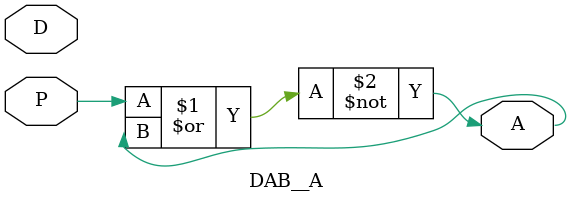
<source format=v>
module DAB__A ( D, P, A );
//              T  T  U
  input D, P;
  output A;

  // DTDL AND gate: -MA
  // Drawing 729855, production drawing 371924

  // Inputs down transistor on output up
  // Either or both inputs up transistor off and output is down
  // Max Delay usec  CTDL Clock
  //  turn on        0.28 0.15
  //  turn off       0.09 0.144

  assign A = ~(P | A);

endmodule

</source>
